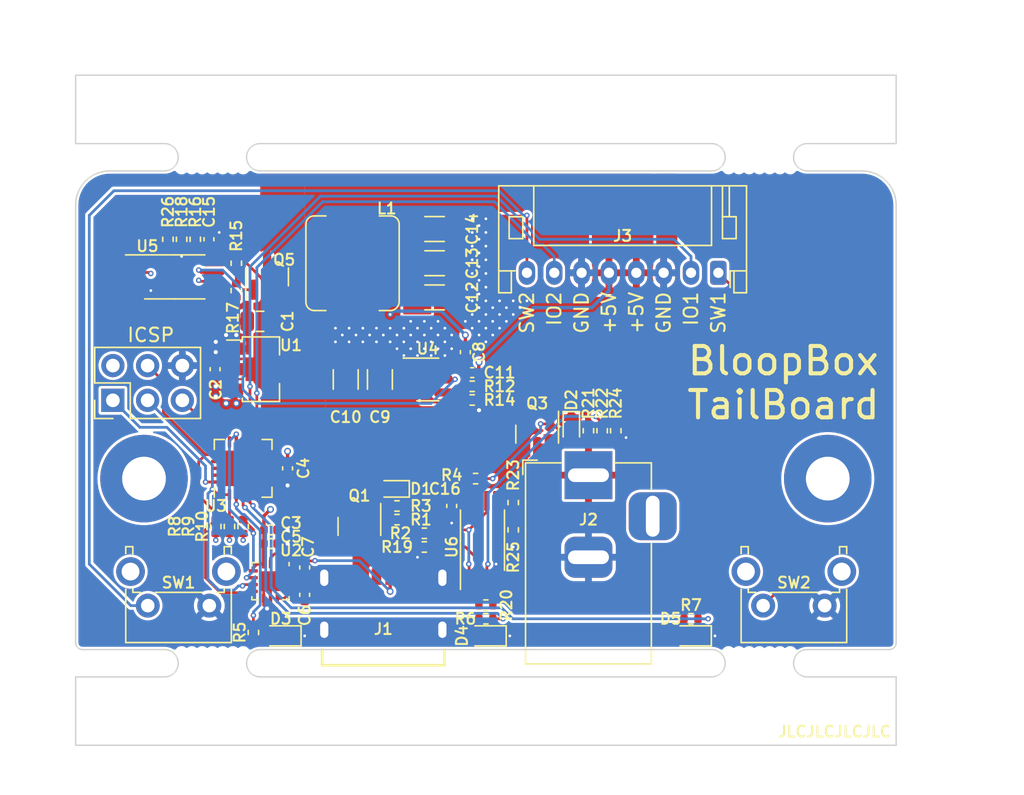
<source format=kicad_pcb>
(kicad_pcb (version 20211014) (generator pcbnew)
  (title_block (title "BloopBox Tailboard") (date "2022-12-03") (rev "1.0.1") (company "Qetesh"))
  (layers (0 "F.Cu" signal) (1 "In1.Cu" signal) (2 "In2.Cu" signal) (31 "B.Cu" signal) (34 "B.Paste" user) (35 "F.Paste" user) (36 "B.SilkS" user "B.Silkscreen") (37 "F.SilkS" user "F.Silkscreen") (38 "B.Mask" user) (39 "F.Mask" user) (44 "Edge.Cuts" user))
  (net 0 "")
  (net 1 "/CC1")
  (net 2 "VBUS")
  (net 3 "GND")
  (net 4 "/CC2")
  (net 5 "/Button1")
  (net 6 "/Button2")
  (net 7 "Net-(D4-Pad2)")
  (net 8 "Net-(D5-Pad2)")
  (net 9 "/DC-IN")
  (net 10 "+3V3")
  (net 11 "/Buck Regulator/BOOT")
  (net 12 "/Buck Regulator/SW")
  (net 13 "/Buck Regulator/FB")
  (net 14 "+5V")
  (net 15 "/USB-IN")
  (net 16 "/PD-Controller/MISO")
  (net 17 "/PD-Controller/SCL{slash}SCK")
  (net 18 "/PD-Controller/SDA{slash}MOSI")
  (net 19 "/PD-Controller/~{RESET}")
  (net 20 "/Buck Regulator/BPg")
  (net 21 "/PD-Controller/LED1")
  (net 22 "/PD-Controller/LED2")
  (net 23 "/PD-Controller/~{INT}")
  (net 24 "/Buck Regulator/BPfb")
  (net 25 "/Buck Regulator/BPctrl")
  (net 34 "Net-(D3-Pad2)")
  (net 35 "/PD-Controller/LED3")
  (net 37 "/IO1")
  (net 38 "/IO2")
  (net 39 "/Buck Regulator/TPSen")
  (net 40 "/Power Input Selector/USBg")
  (net 41 "/Power Input Selector/DCg")
  (net 42 "/Power Input Selector/USBctrl")
  (net 43 "/Power Input Selector/USBsense")
  (net 44 "/Power Input Selector/DCctrl")
  (net 45 "/Power Input Selector/DCsense")
  (net 46 "/Power Input Selector/Vref")
  (footprint "LED_SMD:LED_0603_1608Metric" (layer "F.Cu") (at 130 89 180)
    (fp_text reference "D3")
    (fp_text value "LED1")
  )
  (footprint "Capacitor_SMD:C_0402_1005Metric" (layer "F.Cu") (at 131.75 84 -90)
    (fp_text reference "C7")
    (fp_text value "470pF")
  )
  (footprint "Package_TO_SOT_SMD:SOT-23-6" (layer "F.Cu") (at 140.75 70.25)
    (fp_text reference "U4")
    (fp_text value "TPS54302")
  )
  (footprint "Resistor_SMD:R_0402_1005Metric" (layer "F.Cu") (at 128 88.75 -90)
    (fp_text reference "R5")
    (fp_text value "680R")
  )
  (footprint "Capacitor_SMD:C_1206_3216Metric" (layer "F.Cu") (at 141.25 64.25)
    (fp_text reference "C12")
    (fp_text value "22uF")
  )
  (footprint "Resistor_SMD:R_0402_1005Metric" (layer "F.Cu") (at 160 87.75 180)
    (fp_text reference "R7")
    (fp_text value "680R")
  )
  (footprint "Capacitor_SMD:C_1206_3216Metric" (layer "F.Cu") (at 134.75 70.25 90)
    (fp_text reference "C10")
    (fp_text value "10uF")
  )
  (footprint "Resistor_SMD:R_0402_1005Metric" (layer "F.Cu") (at 125.25 81 90)
    (fp_text reference "R8")
    (fp_text value "4k7")
  )
  (footprint "Connector_JST:JST_PH_S8B-PH-K_1x08_P2.00mm_Horizontal" (layer "F.Cu") (at 162 62.45 180)
    (fp_text reference "J3")
    (fp_text value "Mainboard")
  )
  (footprint "Resistor_SMD:R_0402_1005Metric" (layer "F.Cu") (at 152.5 74 -90)
    (fp_text reference "R21")
    (fp_text value "33k")
  )
  (footprint "Capacitor_SMD:C_0402_1005Metric" (layer "F.Cu") (at 143.5 68.25 90)
    (fp_text reference "C8")
    (fp_text value "100nF")
  )
  (footprint "LED_SMD:LED_0603_1608Metric" (layer "F.Cu") (at 160 89 180)
    (fp_text reference "D5")
    (fp_text value "LED3")
  )
  (footprint "Capacitor_SMD:C_0402_1005Metric" (layer "F.Cu") (at 130.5 76.75 -90)
    (fp_text reference "C4")
    (fp_text value "100nF")
  )
  (footprint "Resistor_SMD:R_0402_1005Metric" (layer "F.Cu") (at 140.5 81.5)
    (fp_text reference "R2")
    (fp_text value "47k")
  )
  (footprint "Capacitor_SMD:C_0402_1005Metric" (layer "F.Cu") (at 142.5 79.5 -90)
    (fp_text reference "C16")
    (fp_text value "100nF")
  )
  (footprint "Package_TO_SOT_SMD:SOT-23" (layer "F.Cu") (at 135.75 81 -90)
    (fp_text reference "Q1")
    (fp_text value "AO3401A")
  )
  (footprint "My_Footprints:JLCPCB_Tooling_Hole" (layer "F.Cu") (at 172.5 94.5)
    (fp_text reference "REF**" hide)
    (fp_text value "JLCPCB_Tooling_Hole")
  )
  (footprint "My_Footprints:JLCPCB_Tooling_Hole" (layer "F.Cu") (at 117.5 94.5)
    (fp_text reference "REF**" hide)
    (fp_text value "JLCPCB_Tooling_Hole")
  )
  (footprint "Capacitor_SMD:C_0402_1005Metric" (layer "F.Cu") (at 144 69.75)
    (fp_text reference "C11")
    (fp_text value "100pF")
  )
  (footprint "Resistor_SMD:R_0402_1005Metric" (layer "F.Cu") (at 126.25 81 90)
    (fp_text reference "R9")
    (fp_text value "4k7")
  )
  (footprint "Resistor_SMD:R_0402_1005Metric" (layer "F.Cu") (at 144.25 77.5 180)
    (fp_text reference "R4")
    (fp_text value "10k")
  )
  (footprint "Package_TO_SOT_SMD:SOT-23" (layer "F.Cu") (at 148.75 74.25 -90)
    (fp_text reference "Q3")
    (fp_text value "AO3401A")
  )
  (footprint "Capacitor_SMD:C_0402_1005Metric" (layer "F.Cu") (at 125.2 69.5 90)
    (fp_text reference "C2")
    (fp_text value "10uF")
  )
  (footprint "Capacitor_SMD:C_0402_1005Metric" (layer "F.Cu") (at 124.75 60 90)
    (fp_text reference "C15")
    (fp_text value "100nF")
  )
  (footprint "Panelization:mouse-bite-2x5mm-slot-onesided" (layer "F.Cu") (at 165 91)
    (fp_text reference "mouse-bite-2mm-slot" hide)
    (fp_text value "VAL**" hide)
    (fp_arc (start -3.5 -1) (mid -2.5 0) (end -3.5 1) (layer "Edge.Cuts") (width 0.1))
    (fp_arc (start 3.5 1) (mid 2.5 0) (end 3.5 -1) (layer "Edge.Cuts") (width 0.1))
  )
  (footprint "Resistor_SMD:R_0402_1005Metric" (layer "F.Cu") (at 126.75 63.75 90)
    (fp_text reference "R17")
    (fp_text value "10k")
  )
  (footprint "Capacitor_SMD:C_0402_1005Metric" (layer "F.Cu") (at 131.75 86 90)
    (fp_text reference "C6")
    (fp_text value "470pF")
  )
  (footprint "Resistor_SMD:R_0402_1005Metric" (layer "F.Cu") (at 147 79.25 -90)
    (fp_text reference "R23")
    (fp_text value "47k")
  )
  (footprint "Capacitor_SMD:C_1206_3216Metric" (layer "F.Cu") (at 141.25 59.25)
    (fp_text reference "C14")
    (fp_text value "22uF")
  )
  (footprint "Capacitor_SMD:C_0402_1005Metric" (layer "F.Cu") (at 129.25 81.25)
    (fp_text reference "C3")
    (fp_text value "1uF")
  )
  (footprint "Resistor_SMD:R_0402_1005Metric" (layer "F.Cu") (at 145 86.75 180)
    (fp_text reference "R20")
    (fp_text value "1M")
  )
  (footprint "Resistor_SMD:R_0402_1005Metric" (layer "F.Cu") (at 147 81.25 -90)
    (fp_text reference "R25")
    (fp_text value "47k")
  )
  (footprint "Resistor_SMD:R_0402_1005Metric" (layer "F.Cu") (at 144 70.75 180)
    (fp_text reference "R12")
    (fp_text value "150k")
  )
  (footprint "Capacitor_SMD:C_0402_1005Metric" (layer "F.Cu") (at 129.25 82.25)
    (fp_text reference "C5")
    (fp_text value "100nF")
  )
  (footprint "Resistor_SMD:R_0402_1005Metric" (layer "F.Cu") (at 145 87.75 180)
    (fp_text reference "R6")
    (fp_text value "680R")
  )
  (footprint "Panelization:mouse-bite-2x5mm-slot-onesided" (layer "F.Cu") (at 165 54 180)
    (fp_text reference "mouse-bite-2mm-slot" hide)
    (fp_text value "VAL**" hide)
    (fp_arc (start -3.5 -1) (mid -2.5 0) (end -3.5 1) (layer "Edge.Cuts") (width 0.1))
    (fp_arc (start 3.5 1) (mid 2.5 0) (end 3.5 -1) (layer "Edge.Cuts") (width 0.1))
  )
  (footprint "MountingHole:MountingHole_3.2mm_M3_Pad" (layer "F.Cu") (at 170 77.5)
    (fp_text reference "H2" hide)
    (fp_text value "MountingHole")
  )
  (footprint "Package_SO:TSSOP-8_4.4x3mm_P0.65mm" (layer "F.Cu") (at 144.75 82 90)
    (fp_text reference "U6")
    (fp_text value "LM393APWR")
  )
  (footprint "Resistor_SMD:R_0402_1005Metric" (layer "F.Cu") (at 144 71.75)
    (fp_text reference "R14")
    (fp_text value "20k")
  )
  (footprint "Package_DFN_QFN:QFN-20-1EP_4x4mm_P0.5mm_EP2.6x2.6mm" (layer "F.Cu") (at 127.25 76.75 90)
    (fp_text reference "U3")
    (fp_text value "ATtiny24A-MU")
  )
  (footprint "Connector_BarrelJack:BarrelJack_Horizontal" (layer "F.Cu") (at 152.5 77.25 90)
    (fp_text reference "J2")
    (fp_text value "Barrel_Jack")
  )
  (footprint "Package_SO:TSSOP-8_4.4x3mm_P0.65mm" (layer "F.Cu") (at 122.25 62.75)
    (fp_text reference "U5")
    (fp_text value "LM393APWR")
  )
  (footprint "Capacitor_SMD:C_0805_2012Metric" (layer "F.Cu") (at 128.5 66 180)
    (fp_text reference "C1")
    (fp_text value "10uF")
  )
  (footprint "Resistor_SMD:R_0402_1005Metric" (layer "F.Cu") (at 138.5 79.5 180)
    (fp_text reference "R3")
    (fp_text value "33k")
  )
  (footprint "Resistor_SMD:R_0402_1005Metric" (layer "F.Cu") (at 122.75 60 -90)
    (fp_text reference "R18")
    (fp_text value "22k")
  )
  (footprint "Panelization:mouse-bite-2x5mm-slot-onesided" (layer "F.Cu") (at 125 91)
    (fp_text reference "mouse-bite-2mm-slot" hide)
    (fp_text value "VAL**" hide)
    (fp_arc (start -3.5 -1) (mid -2.5 0) (end -3.5 1) (layer "Edge.Cuts") (width 0.1))
    (fp_arc (start 3.5 1) (mid 2.5 0) (end 3.5 -1) (layer "Edge.Cuts") (width 0.1))
  )
  (footprint "USB4125-GF-A_REVA2:GCT_USB4125-GF-A_REVA2" (layer "F.Cu") (at 137.5 87.75)
    (fp_text reference "J1")
    (fp_text value "USB_C_Receptacle_Power")
  )
  (footprint "Inductor_SMD:L_Bourns_SRP7028A_7.3x6.6mm" (layer "F.Cu") (at 135.25 61.75 90)
    (fp_text reference "L1")
    (fp_text value "6.8uH")
  )
  (footprint "Diode_SMD:D_SOD-523" (layer "F.Cu") (at 151.25 73.75 -90)
    (fp_text reference "D2")
    (fp_text value "LM5Z10VT1G")
  )
  (footprint "Connector_PinHeader_2.54mm:PinHeader_2x03_P2.54mm_Vertical" (layer "F.Cu") (at 117.725 71.775 90)
    (fp_text reference "J4" hide)
    (fp_text value "ICSP")
  )
  (footprint "Diode_SMD:D_SOD-523" (layer "F.Cu") (at 138.25 78.25 180)
    (fp_text reference "D1")
    (fp_text value "LM5Z10VT1G")
  )
  (footprint "Resistor_SMD:R_0402_1005Metric" (layer "F.Cu") (at 127.25 81 90)
    (fp_text reference "R10")
    (fp_text value "4k7")
  )
  (footprint "Capacitor_SMD:C_1206_3216Metric" (layer "F.Cu") (at 141.25 61.75)
    (fp_text reference "C13")
    (fp_text value "22uF")
  )
  (footprint "Resistor_SMD:R_0402_1005Metric" (layer "F.Cu") (at 153.5 74 90)
    (fp_text reference "R22")
    (fp_text value "47k")
  )
  (footprint "LED_SMD:LED_0603_1608Metric" (layer "F.Cu") (at 145 89 180)
    (fp_text reference "D4")
    (fp_text value "LED2")
  )
  (footprint "Package_DFN_QFN:WQFN-14-1EP_2.5x2.5mm_P0.5mm_EP1.45x1.45mm" (layer "F.Cu") (at 129.25 85 -90)
    (fp_text reference "U2")
    (fp_text value "FUSB302BMPX")
  )
  (footprint "Package_TO_SOT_SMD:SOT-89-3" (layer "F.Cu") (at 128.25 69.5)
    (fp_text reference "U1")
    (fp_text value "HT7533-1")
  )
  (footprint "My_Footprints:JLCPCB_Tooling_Hole" (layer "F.Cu") (at 172.5 50.5)
    (fp_text reference "REF**" hide)
    (fp_text value "JLCPCB_Tooling_Hole")
  )
  (footprint "Resistor_SMD:R_0402_1005Metric" (layer "F.Cu") (at 140.5 82.5 180)
    (fp_text reference "R19")
    (fp_text value "47k")
  )
  (footprint "Resistor_SMD:R_0402_1005Metric" (layer "F.Cu") (at 138.5 80.5)
    (fp_text reference "R1")
    (fp_text value "10k")
  )
  (footprint "Capacitor_SMD:C_1206_3216Metric" (layer "F.Cu") (at 137.25 70.25 90)
    (fp_text reference "C9")
    (fp_text value "10uF")
  )
  (footprint "Button_Switch_THT:SW_Tactile_SPST_Angled_PTS645Vx83-2LFS" (layer "F.Cu") (at 169.775 86.7875 180)
    (fp_text reference "SW2")
    (fp_text value "Button1")
  )
  (footprint "My_Footprints:JLCPCB_Tooling_Hole" (layer "F.Cu") (at 117.5 50.5)
    (fp_text reference "REF**" hide)
    (fp_text value "JLCPCB_Tooling_Hole")
  )
  (footprint "Panelization:mouse-bite-2x5mm-slot-onesided" (layer "F.Cu") (at 125 54 180)
    (fp_text reference "mouse-bite-2mm-slot" hide)
    (fp_text value "VAL**" hide)
    (fp_arc (start -3.5 -1) (mid -2.5 0) (end -3.5 1) (layer "Edge.Cuts") (width 0.1))
    (fp_arc (start 3.5 1) (mid 2.5 0) (end 3.5 -1) (layer "Edge.Cuts") (width 0.1))
  )
  (footprint "Resistor_SMD:R_0402_1005Metric" (layer "F.Cu") (at 126.75 61.75 -90)
    (fp_text reference "R15")
    (fp_text value "47k")
  )
  (footprint "Resistor_SMD:R_0402_1005Metric" (layer "F.Cu") (at 154.5 74 -90)
    (fp_text reference "R24")
    (fp_text value "47k")
  )
  (footprint "Resistor_SMD:R_0402_1005Metric" (layer "F.Cu") (at 123.75 60 90)
    (fp_text reference "R16")
    (fp_text value "13k")
  )
  (footprint "Package_TO_SOT_SMD:SOT-23" (layer "F.Cu") (at 129 62.75 90)
    (fp_text reference "Q5")
    (fp_text value "AO3401A")
  )
  (footprint "MountingHole:MountingHole_3.2mm_M3_Pad" (layer "F.Cu") (at 120 77.5)
    (fp_text reference "H1" hide)
    (fp_text value "MountingHole")
  )
  (footprint "Resistor_SMD:R_0402_1005Metric" (layer "F.Cu") (at 121.75 60 -90)
    (fp_text reference "R26")
    (fp_text value "1M")
  )
  (footprint "Button_Switch_THT:SW_Tactile_SPST_Angled_PTS645Vx83-2LFS" (layer "F.Cu") (at 124.775 86.7875 180)
    (fp_text reference "SW1")
    (fp_text value "Button2")
  )
  (gr_line (start 115 48) (end 175 48) (layer "Edge.Cuts") (width 0.1))
  (gr_line (start 161.5 90) (end 128.5 90) (layer "Edge.Cuts") (width 0.1))
  (gr_line (start 121.5 55) (end 117.5 55) (layer "Edge.Cuts") (width 0.1))
  (gr_line (start 168.5 92) (end 175 92) (layer "Edge.Cuts") (width 0.1))
  (gr_line (start 161.5 53) (end 128.5 53) (layer "Edge.Cuts") (width 0.1))
  (gr_line (start 115 53) (end 115 48) (layer "Edge.Cuts") (width 0.1))
  (gr_line (start 128.5 92) (end 161.5 92) (layer "Edge.Cuts") (width 0.1))
  (gr_line (start 128.5 55) (end 161.5 55) (layer "Edge.Cuts") (width 0.1))
  (gr_line (start 168.5 55) (end 172.5 55) (layer "Edge.Cuts") (width 0.1))
  (gr_arc (start 115 57.5) (mid 115.732233 55.732233) (end 117.5 55) (layer "Edge.Cuts") (width 0.1))
  (gr_arc (start 175 89.5) (mid 174.853553 89.853553) (end 174.5 90) (layer "Edge.Cuts") (width 0.1))
  (gr_line (start 115 92) (end 121.5 92) (layer "Edge.Cuts") (width 0.1))
  (gr_line (start 175 57.5) (end 175 89.5) (layer "Edge.Cuts") (width 0.1))
  (gr_line (start 175 48) (end 175 53) (layer "Edge.Cuts") (width 0.1))
  (gr_arc (start 115.5 90) (mid 115.146447 89.853553) (end 115 89.5) (layer "Edge.Cuts") (width 0.1))
  (gr_arc (start 172.5 55) (mid 174.267767 55.732233) (end 175 57.5) (layer "Edge.Cuts") (width 0.1))
  (gr_line (start 121.5 90) (end 115.5 90) (layer "Edge.Cuts") (width 0.1))
  (gr_line (start 115 89.5) (end 115 57.5) (layer "Edge.Cuts") (width 0.1))
  (gr_line (start 115 97) (end 115 92) (layer "Edge.Cuts") (width 0.1))
  (gr_line (start 168.5 90) (end 174.5 90) (layer "Edge.Cuts") (width 0.1))
  (gr_line (start 175 92) (end 175 97) (layer "Edge.Cuts") (width 0.1))
  (gr_line (start 121.5 53) (end 115 53) (layer "Edge.Cuts") (width 0.1))
  (gr_line (start 175 53) (end 168.5 53) (layer "Edge.Cuts") (width 0.1))
  (gr_line (start 175 97) (end 115 97) (layer "Edge.Cuts") (width 0.1))
  (gr_text "IO1" (at 160 63.75 90) (layer "F.SilkS") (effects (font (size 1 1)) (justify right)))
  (gr_text "IO2" (at 150 63.75 90) (layer "F.SilkS") (effects (font (size 1 1)) (justify right)))
  (gr_text "GND" (at 158 63.75 90) (layer "F.SilkS") (effects (font (size 1 1)) (justify right)))
  (gr_text "SW1" (at 162 63.75 90) (layer "F.SilkS") (effects (font (size 1 1)) (justify right)))
  (gr_text "JLCJLCJLCJLC" (at 170.5 96) (layer "F.SilkS") (effects (font (size 0.8 0.8))))
  (gr_text "GND" (at 152 63.75 90) (layer "F.SilkS") (effects (font (size 1 1)) (justify right)))
  (gr_text "+5V" (at 154 63.75 90) (layer "F.SilkS") (effects (font (size 1 1)) (justify right)))
  (gr_text "SW2" (at 148 63.75 90) (layer "F.SilkS") (effects (font (size 1 1)) (justify right)))
  (gr_text "+5V" (at 156 63.75 90) (layer "F.SilkS") (effects (font (size 1 1)) (justify right)))
  (gr_text "BloopBox\nTailBoard" (at 166.75 70.5) (layer "F.SilkS") (effects (font (size 2 2) (thickness 0.3))))
  (segment (start 136.52 86.48) (end 137 86) (width 0.2) (layer "F.Cu") (net 1))
  (segment (start 131.02 85.75) (end 130.5125 85.75) (width 0.2) (layer "F.Cu") (net 1))
  (segment (start 130.5125 85.99375) (end 130.5125 85.75) (width 0.2) (layer "F.Cu") (net 1))
  (segment (start 130.24375 86.2625) (end 130.5125 85.99375) (width 0.2) (layer "F.Cu") (net 1))
  (segment (start 137 86) (end 137 84.67) (width 0.2) (layer "F.Cu") (net 1))
  (segment (start 129.75 86.2625) (end 130.24375 86.2625) (width 0.2) (layer "F.Cu") (net 1))
  (segment (start 131.75 86.48) (end 131.02 85.75) (width 0.2) (layer "F.Cu") (net 1))
  (segment (start 131.75 86.48) (end 136.52 86.48) (width 0.2) (layer "F.Cu") (net 1))
  (segment (start 124.75 61.4125) (end 125.1125 61.775) (width 0.2) (layer "F.Cu") (net 2))
  (segment (start 129.25 83.3) (end 129.55 83) (width 0.2) (layer "F.Cu") (net 2))
  (segment (start 126.75 61.24) (end 126.99 61.24) (width 0.2) (layer "F.Cu") (net 2))
  (segment (start 132.25 81.277818) (end 132.425 81.102818) (width 0.2) (layer "F.Cu") (net 2))
  (segment (start 130.527818 83) (end 132.25 81.277818) (width 0.2) (layer "F.Cu") (net 2))
  (segment (start 124.75 60.48) (end 124.75 61.4125) (width 0.2) (layer "F.Cu") (net 2))
  (segment (start 126.99 61.24) (end 129.4375 63.6875) (width 0.2) (layer "F.Cu") (net 2))
  (segment (start 142.5 79.02) (end 143.6575 79.02) (width 0.2) (layer "F.Cu") (net 2))
  (segment (start 143.6575 79.02) (end 143.775 79.1375) (width 0.2) (layer "F.Cu") (net 2))
  (segment (start 123.75 60.51) (end 124.72 60.51) (width 0.2) (layer "F.Cu") (net 2))
  (segment (start 129.25 83.7375) (end 129.25 83.3) (width 0.2) (layer "F.Cu") (net 2))
  (segment (start 132.425 81.102818) (end 132.425 80.75) (width 0.2) (layer "F.Cu") (net 2))
  (segment (start 124.72 60.51) (end 124.75 60.48) (width 0.2) (layer "F.Cu") (net 2))
  (segment (start 124.75 60.48) (end 125.99 60.48) (width 0.2) (layer "F.Cu") (net 2))
  (segment (start 129.55 83) (end 130.527818 83) (width 0.2) (layer "F.Cu") (net 2))
  (segment (start 125.99 60.48) (end 126.75 61.24) (width 0.2) (layer "F.Cu") (net 2))
  (segment (start 129.4375 63.6875) (end 129.95 63.6875) (width 0.2) (layer "F.Cu") (net 2))
  (segment (start 130.5125 85.25) (end 129.5 85.25) (width 0.2) (layer "F.Cu") (net 3))
  (segment (start 122.75 60.51) (end 122.75 61.25) (width 0.2) (layer "F.Cu") (net 3))
  (segment (start 160.7875 89) (end 161.75 89) (width 0.2) (layer "F.Cu") (net 3))
  (segment (start 139.99 83.24) (end 140 83.25) (width 0.2) (layer "F.Cu") (net 3))
  (segment (start 124.75 59.52) (end 125.48 59.52) (width 0.2) (layer "F.Cu") (net 3))
  (segment (start 131.355686 85.52) (end 131.75 85.52) (width 0.2) (layer "F.Cu") (net 3))
  (segment (start 129.5 85.11) (end 129.25 84.86) (width 0.2) (layer "F.Cu") (net 3))
  (segment (start 145.7875 89) (end 146.75 89) (width 0.2) (layer "F.Cu") (net 3))
  (segment (start 129.175 76.75) (end 127.25 76.75) (width 0.25) (layer "F.Cu") (net 3))
  (segment (start 145.725 84.8625) (end 145.725 83.775) (width 0.2) (layer "F.Cu") (net 3))
  (segment (start 130 76.75) (end 130.25 77) (width 0.25) (layer "F.Cu") (net 3))
  (segment (start 147 81.76) (end 147 82.5) (width 0.2) (layer "F.Cu") (net 3))
  (segment (start 119.3875 63.725) (end 120.475 63.725) (width 0.2) (layer "F.Cu") (net 3))
  (segment (start 145.725 83.775) (end 145.75 83.75) (width 0.2) (layer "F.Cu") (net 3))
  (segment (start 128.75 86.75) (end 129 87) (width 0.2) (layer "F.Cu") (net 3))
  (segment (start 129.25 86.2625) (end 129.25 85) (width 0.2) (layer "F.Cu") (net 3))
  (segment (start 129.175 76.75) (end 130 76.75) (width 0.25) (layer "F.Cu") (net 3))
  (segment (start 133.26 84.67) (end 133.18 84.75) (width 0.25) (layer "F.Cu") (net 3))
  (segment (start 131.355685 84.48) (end 131.75 84.48) (width 0.2) (layer "F.Cu") (net 3))
  (segment (start 128.75 86.2625) (end 128.75 85.5) (width 0.2) (layer "F.Cu") (net 3))
  (segment (start 155.24 74.51) (end 155.25 74.5) (width 0.2) (layer "F.Cu") (net 3))
  (segment (start 130.5125 85.25) (end 131.085686 85.25) (width 0.2) (layer "F.Cu") (net 3))
  (segment (start 129.25 86.75) (end 129 87) (width 0.2) (layer "F.Cu") (net 3))
  (segment (start 142.5 79.98) (end 142.5 80.75) (width 0.2) (layer "F.Cu") (net 3))
  (segment (start 144.51 71.75) (end 144.51 72.49) (width 0.25) (layer "F.Cu") (net 3))
  (segment (start 129.5 84.75) (end 129.25 85) (width 0.2) (layer "F.Cu") (net 3))
  (segment (start 144.51 72.49) (end 144.5 72.5) (width 0.25) (layer "F.Cu") (net 3))
  (segment (start 129.73 81.25) (end 130.5 81.25) (width 0.25) (layer "F.Cu") (net 3))
  (segment (start 131.085686 85.25) (end 131.355686 85.52) (width 0.2) (layer "F.Cu") (net 3))
  (segment (start 139.99 82.5) (end 139.99 83.24) (width 0.2) (layer "F.Cu") (net 3))
  (segment (start 140.25 84.67) (end 141.74 84.67) (width 0.8) (layer "F.Cu") (net 3))
  (segment (start 129.25 86.2625) (end 129.25 86.75) (width 0.2) (layer "F.Cu") (net 3))
  (segment (start 129.73 82.25) (end 130.5 82.25) (width 0.25) (layer "F.Cu") (net 3))
  (segment (start 130.5125 84.75) (end 131.085685 84.75) (width 0.2) (layer "F.Cu") (net 3))
  (segment (start 128.75 85.5) (end 129.25 85) (width 0.2) (layer "F.Cu") (net 3))
  (segment (start 130.7875 89) (end 131.75 89) (width 0.2) (layer "F.Cu") (net 3))
  (segment (start 120.475 63.725) (end 120.5 63.75) (width 0.2) (layer "F.Cu") (net 3))
  (segment (start 130.5 77.23) (end 130.5 78) (width 0.25) (layer "F.Cu") (net 3))
  (segment (start 130.5125 84.75) (end 129.5 84.75) (width 0.2) (layer "F.Cu") (net 3))
  (segment (start 131.085685 84.75) (end 131.355685 84.48) (width 0.2) (layer "F.Cu") (net 3))
  (segment (start 129.5 84.61) (end 129.25 84.86) (width 0.2) (layer "F.Cu") (net 3))
  (segment (start 134.75 84.67) (end 133.26 84.67) (width 0.8) (layer "F.Cu") (net 3))
  (segment (start 141.74 84.67) (end 141.82 84.75) (width 0.25) (layer "F.Cu") (net 3))
  (segment (start 154.5 74.51) (end 155.24 74.51) (width 0.2) (layer "F.Cu") (net 3))
  (segment (start 129.5 85.25) (end 129.25 85) (width 0.2) (layer "F.Cu") (net 3))
  (segment (start 128.75 86.2625) (end 128.75 86.75) (width 0.2) (layer "F.Cu") (net 3))
  (segment (start 125.48 59.52) (end 125.5 59.5) (width 0.2) (layer "F.Cu") (net 3))
  (via (at 144 58.5) (size 0.4) (drill 0.2) (layers "F.Cu" "B.Cu") (net 3))
  (via (at 139.5 67) (size 0.4) (drill 0.2) (layers "F.Cu" "B.Cu") (net 3))
  (via (at 138 66.5) (size 0.4) (drill 0.2) (layers "F.Cu" "B.Cu") (net 3))
  (via (at 144.5 60) (size 0.4) (drill 0.2) (layers "F.Cu" "B.Cu") (net 3))
  (via (at 142.5 67) (size 0.4) (drill 0.2) (layers "F.Cu" "B.Cu") (net 3))
  (via (at 137 67.5) (size 0.4) (drill 0.2) (layers "F.Cu" "B.Cu") (net 3))
  (via (at 148 64.5) (size 0.4) (drill 0.2) (layers "F.Cu" "B.Cu") (net 3))
  (via (at 135 66.5) (size 0.4) (drill 0.2) (layers "F.Cu" "B.Cu") (net 3))
  (via (at 144 66.5) (size 0.4) (drill 0.2) (layers "F.Cu" "B.Cu") (net 3))
  (via (at 136.5 67) (size 0.4) (drill 0.2) (layers "F.Cu" "B.Cu") (net 3))
  (via (at 145 64.5) (size 0.4) (drill 0.2) (layers "F.Cu" "B.Cu") (net 3))
  (via (at 144.5 66) (size 0.4) (drill 0.2) (layers "F.Cu" "B.Cu") (net 3))
  (via (at 140 68.5) (size 0.4) (drill 0.2) (layers "F.Cu" "B.Cu") (net 3))
  (via (at 130.5 81.25) (size 0.5) (drill 0.3) (layers "F.Cu" "B.Cu") (net 3))
  (via (at 145.75 83.75) (size 0.4) (drill 0.2) (layers "F.Cu" "B.Cu") (net 3))
  (via (at 134 66.5) (size 0.4) (drill 0.2) (layers "F.Cu" "B.Cu") (net 3))
  (via (at 141 66.5) (size 0.4) (drill 0.2) (layers "F.Cu" "B.Cu") (net 3))
  (via (at 145 67.5) (size 0.4) (drill 0.2) (layers "F.Cu" "B.Cu") (net 3))
  (via (at 139 66.5) (size 0.4) (drill 0.2) (layers "F.Cu" "B.Cu") (net 3))
  (via (at 155.25 74.5) (size 0.4) (drill 0.2) (layers "F.Cu" "B.Cu") (net 3))
  (via (at 147 64.5) (size 0.4) (drill 0.2) (layers "F.Cu" "B.Cu") (net 3))
  (via (at 142 67.5) (size 0.4) (drill 0.2) (layers "F.Cu" "B.Cu") (net 3))
  (via (at 139 68.5) (size 0.4) (drill 0.2) (layers "F.Cu" "B.Cu") (net 3))
  (via (at 126.75 67) (size 0.5) (drill 0.3) (layers "F.Cu" "B.Cu") (net 3))
  (via (at 142.5 80.75) (size 0.4) (drill 0.2) (layers "F.Cu" "B.Cu") (net 3))
  (via (at 144.5 67) (size 0.4) (drill 0.2) (layers "F.Cu" "B.Cu") (net 3))
  (via (at 125.25 68.25) (size 0.5) (drill 0.3) (layers "F.Cu" "B.Cu") (net 3))
  (via (at 145.5 67) (size 0.4) (drill 0.2) (layers "F.Cu" "B.Cu") (net 3))
  (via (at 126 67) (size 0.5) (drill 0.3) (layers "F.Cu" "B.Cu") (net 3))
  (via (at 145 66.5) (size 0.4) (drill 0.2) (layers "F.Cu" "B.Cu") (net 3))
  (via (at 129 87) (size 0.5) (drill 0.3) (layers "F.Cu" "B.Cu") (net 3))
  (via (at 144.5 62) (size 0.4) (drill 0.2) (layers "F.Cu" "B.Cu") (net 3))
  (via (at 130.5 82.25) (size 0.5) (drill 0.3) (layers "F.Cu" "B.Cu") (net 3))
  (via (at 138 67.5) (size 0.4) (drill 0.2) (layers "F.Cu" "B.Cu") (net 3))
  (via (at 144 64.5) (size 0.4) (drill 0.2) (layers "F.Cu" "B.Cu") (net 3))
  (via (at 140.5 68) (size 0.4) (drill 0.2) (layers "F.Cu" "B.Cu") (net 3))
  (via (at 144 63.5) (size 0.4) (drill 0.2) (layers "F.Cu" "B.Cu") (net 3))
  (via (at 135.5 67) (size 0.4) (drill 0.2) (layers "F.Cu" "B.Cu") (net 3))
  (via (at 122.75 61.25) (size 0.4) (drill 0.2) (layers "F.Cu" "B.Cu") (net 3))
  (via (at 146 66.5) (size 0.4) (drill 0.2) (layers "F.Cu" "B.Cu") (net 3))
  (via (at 144.5 63) (size 0.4) (drill 0.2) (layers "F.Cu" "B.Cu") (net 3))
  (via (at 147.5 65) (size 0.4) (drill 0.2) (layers "F.Cu" "B.Cu") (net 3))
  (via (at 130.5 78) (size 0.5) (drill 0.3) (layers "F.Cu" "B.Cu") (net 3))
  (via (at 145.5 65) (size 0.4) (drill 0.2) (layers "F.Cu" "B.Cu") (net 3))
  (via (at 137 66.5) (size 0.4) (drill 0.2) (layers "F.Cu" "B.Cu") (net 3))
  (via (at 142 66.5) (size 0.4) (drill 0.2) (layers "F.Cu" "B.Cu") (net 3))
  (via (at 144.5 72.5) (size 0.5) (drill 0.3) (layers "F.Cu" "B.Cu") (net 3))
  (via (at 136 67.5) (size 0.4) (drill 0.2) (layers "F.Cu" "B.Cu") (net 3))
  (via (at 145 58.5) (size 0.4) (drill 0.2) (layers "F.Cu" "B.Cu") (net 3))
  (via (at 144.5 61) (size 0.4) (drill 0.2) (layers "F.Cu" "B.Cu") (net 3))
  (via (at 142 68.5) (size 0.4) (drill 0.2) (layers "F.Cu" "B.Cu") (net 3))
  (via (at 144 65.5) (size 0.4) (drill 0.2) (layers "F.Cu" "B.Cu") (net 3))
  (via (at 144 61.5) (size 0.4) (drill 0.2) (layers "F.Cu" "B.Cu") (net 3))
  (via (at 139 67.5) (size 0.4) (drill 0.2) (layers "F.Cu" "B.Cu") (net 3))
  (via (at 147 82.5) (size 0.4) (drill 0.2) (layers "F.Cu" "B.Cu") (net 3))
  (via (at 140.5 67) (size 0.4) (drill 0.2) (layers "F.Cu" "B.Cu") (net 3))
  (via (at 134.5 67) (size 0.4) (drill 0.2) (layers "F.Cu" "B.Cu") (net 3))
  (via (at 134 67.5) (size 0.4) (drill 0.2) (layers "F.Cu" "B.Cu") (net 3))
  (via (at 131.75 89) (size 0.4) (drill 0.2) (layers "F.Cu" "B.Cu") (net 3))
  (via (at 141.5 67) (size 0.4) (drill 0.2) (layers "F.Cu" "B.Cu") (net 3))
  (via (at 144.5 64) (size 0.4) (drill 0.2) (layers "F.Cu" "B.Cu") (net 3))
  (via (at 146.75 89) (size 0.4) (drill 0.2) (layers "F.Cu" "B.Cu") (net 3))
  (via (at 138.5 68) (size 0.4) (drill 0.2) (layers "F.Cu" "B.Cu") (net 3))
  (via (at 141 67.5) (size 0.4) (drill 0.2) (layers "F.Cu" "B.Cu") (net 3))
  (via (at 161.75 89) (size 0.4) (drill 0.2) (layers "F.Cu" "B.Cu") (net 3))
  (via (at 135 67.5) (size 0.4) (drill 0.2) (layers "F.Cu" "B.Cu") (net 3))
  (via (at 120.5 63.75) (size 0.4) (drill 0.2) (layers "F.Cu" "B.Cu") (net 3))
  (via (at 145 59.5) (size 0.4) (drill 0.2) (layers "F.Cu" "B.Cu") (net 3))
  (via (at 140 66.5) (size 0.4) (drill 0.2) (layers "F.Cu" "B.Cu") (net 3))
  (via (at 141.5 66) (size 0.4) (drill 0.2) (layers "F.Cu" "B.Cu") (net 3))
  (via (at 144.5 59) (size 0.4) (drill 0.2) (layers "F.Cu" "B.Cu") (net 3))
  (via (at 125.25 67.5) (size 0.5) (drill 0.3) (layers "F.Cu" "B.Cu") (net 3))
  (via (at 147 65.5) (size 0.4) (drill 0.2) (layers "F.Cu" "B.Cu") (net 3))
  (via (at 143.5 66) (size 0.4) (drill 0.2) (layers "F.Cu" "B.Cu") (net 3))
  (via (at 145 60.5) (size 0.4) (drill 0.2) (layers "F.Cu" "B.Cu") (net 3))
  (via (at 145 65.5) (size 0.4) (drill 0.2) (layers "F.Cu" "B.Cu") (net 3))
  (via (at 141.5 68) (size 0.4) (drill 0.2) (layers "F.Cu" "B.Cu") (net 3))
  (via (at 146 64.5) (size 0.4) (drill 0.2) (layers "F.Cu" "B.Cu") (net 3))
  (via (at 146.5 65) (size 0.4) (drill 0.2) (layers "F.Cu" "B.Cu") (net 3))
  (via (at 142.5 68) (size 0.4) (drill 0.2) (layers "F.Cu" "B.Cu") (net 3))
  (via (at 139.5 68) (size 0.4) (drill 0.2) (layers "F.Cu" "B.Cu") (net 3))
  (via (at 138.5 67) (size 0.4) (drill 0.2) (layers "F.Cu" "B.Cu") (net 3))
  (via (at 146 65.5) (size 0.4) (drill 0.2) (layers "F.Cu" "B.Cu") (net 3))
  (via (at 144 59.5) (size 0.4) (drill 0.2) (layers "F.Cu" "B.Cu") (net 3))
  (via (at 140 83.25) (size 0.4) (drill 0.2) (layers "F.Cu" "B.Cu") (net 3))
  (via (at 140 67.5) (size 0.4) (drill 0.2) (layers "F.Cu" "B.Cu") (net 3))
  (via (at 145 61.5) (size 0.4) (drill 0.2) (layers "F.Cu" "B.Cu") (net 3))
  (via (at 141 68.5) (size 0.4) (drill 0.2) (layers "F.Cu" "B.Cu") (net 3))
  (via (at 145 63.5) (size 0.4) (drill 0.2) (layers "F.Cu" "B.Cu") (net 3))
  (via (at 125.5 59.5) (size 0.4) (drill 0.2) (layers "F.Cu" "B.Cu") (net 3))
  (via (at 140.5 66) (size 0.4) (drill 0.2) (layers "F.Cu" "B.Cu") (net 3))
  (via (at 144 60.5) (size 0.4) (drill 0.2) (layers "F.Cu" "B.Cu") (net 3))
  (via (at 136 66.5) (size 0.4) (drill 0.2) (layers "F.Cu" "B.Cu") (net 3))
  (via (at 144.5 65) (size 0.4) (drill 0.2) (layers "F.Cu" "B.Cu") (net 3))
  (via (at 146.5 66) (size 0.4) (drill 0.2) (layers "F.Cu" "B.Cu") (net 3))
  (via (at 145.5 66) (size 0.4) (drill 0.2) (layers "F.Cu" "B.Cu") (net 3))
  (via (at 144.5 68) (size 0.4) (drill 0.2) (layers "F.Cu" "B.Cu") (net 3))
  (via (at 139.5 66) (size 0.4) (drill 0.2) (layers "F.Cu" "B.Cu") (net 3))
  (via (at 137.5 67) (size 0.4) (drill 0.2) (layers "F.Cu" "B.Cu") (net 3))
  (via (at 144 62.5) (size 0.4) (drill 0.2) (layers "F.Cu" "B.Cu") (net 3))
  (via (at 145 62.5) (size 0.4) (drill 0.2) (layers "F.Cu" "B.Cu") (net 3))
  (segment (start 131.02 84.25) (end 130.5125 84.25) (width 0.2) (layer "F.Cu") (net 4))
  (segment (start 129.75 83.7375) (end 130.24375 83.7375) (width 0.2) (layer "F.Cu") (net 4))
  (segment (start 131.75 83.52) (end 131.02 84.25) (width 0.2) (layer "F.Cu") (net 4))
  (segment (start 131.75 83.52) (end 132.48 83.52) (width 0.2) (layer "F.Cu") (net 4))
  (segment (start 132.48 83.52) (end 132.5 83.5) (width 0.2) (layer "F.Cu") (net 4))
  (segment (start 130.24375 83.7375) (end 130.5125 84.00625) (width 0.2) (layer "F.Cu") (net 4))
  (segment (start 130.5125 84.00625) (end 130.5125 84.25) (width 0.2) (layer "F.Cu") (net 4))
  (segment (start 138 84.67) (end 138 85.75) (width 0.25) (layer "F.Cu") (net 4))
  (via (at 138 85.75) (size 0.5) (drill 0.3) (layers "F.Cu" "B.Cu") (net 4))
  (via (at 132.5 83.5) (size 0.4) (drill 0.2) (layers "F.Cu" "B.Cu") (net 4))
  (segment (start 135.75 83.5) (end 138 85.75) (width 0.2) (layer "B.Cu") (net 4))
  (segment (start 132.5 83.5) (end 135.75 83.5) (width 0.2) (layer "B.Cu") (net 4))
  (segment (start 166.149999 85.912501) (end 166.149999 66.599999) (width 0.2) (layer "F.Cu") (net 5))
  (segment (start 165.275 86.7875) (end 166.149999 85.912501) (width 0.2) (layer "F.Cu") (net 5))
  (segment (start 166.149999 66.599999) (end 162 62.45) (width 0.2) (layer "F.Cu") (net 5))
  (segment (start 148 62.45) (end 148 58.25) (width 0.2) (layer "F.Cu") (net 6))
  (via (at 148 58.25) (size 0.4) (drill 0.2) (layers "F.Cu" "B.Cu") (net 6))
  (segment (start 116 58.25) (end 116 83.749936) (width 0.2) (layer "B.Cu") (net 6))
  (segment (start 145.949999 56.45) (end 117.8 56.45) (width 0.2) (layer "B.Cu") (net 6))
  (segment (start 119.037564 86.7875) (end 120.275 86.7875) (width 0.2) (layer "B.Cu") (net 6))
  (segment (start 116 83.749936) (end 119.037564 86.7875) (width 0.2) (layer "B.Cu") (net 6))
  (segment (start 147.75 58.25) (end 145.949999 56.45) (width 0.2) (layer "B.Cu") (net 6))
  (segment (start 148 58.25) (end 147.75 58.25) (width 0.2) (layer "B.Cu") (net 6))
  (segment (start 117.8 56.45) (end 116 58.25) (width 0.2) (layer "B.Cu") (net 6))
  (segment (start 144.2125 89) (end 144.2125 88.0275) (width 0.2) (layer "F.Cu") (net 7))
  (segment (start 144.2125 88.0275) (end 144.49 87.75) (width 0.2) (layer "F.Cu") (net 7))
  (segment (start 159.2125 89) (end 159.2125 88.0275) (width 0.2) (layer "F.Cu") (net 8))
  (segment (start 159.2125 88.0275) (end 159.49 87.75) (width 0.2) (layer "F.Cu") (net 8))
  (segment (start 128.77 81.25) (end 128.77 80.23) (width 0.25) (layer "F.Cu") (net 10))
  (segment (start 126.25 81.51) (end 126.25 82) (width 0.2) (layer "F.Cu") (net 10))
  (segment (start 120.425 62.425) (end 120.5 62.5) (width 0.2) (layer "F.Cu") (net 10))
  (segment (start 127.9875 84.00625) (end 128.25625 83.7375) (width 0.25) (layer "F.Cu") (net 10))
  (segment (start 128.77 82.25) (end 128.77 81.25) (width 0.25) (layer "F.Cu") (net 10))
  (segment (start 125.1125 63.075) (end 124.075 63.075) (width 0.2) (layer "F.Cu") (net 10))
  (segment (start 124.075 63.075) (end 124 63) (width 0.2) (layer "F.Cu") (net 10))
  (segment (start 127.25 81.51) (end 127.25 82) (width 0.2) (layer "F.Cu") (net 10))
  (segment (start 127.9875 84.25) (end 127.9875 84.00625) (width 0.25) (layer "F.Cu") (net 10))
  (segment (start 125.25 81.51) (end 125.25 82) (width 0.2) (layer "F.Cu") (net 10))
  (segment (start 129.175 76.25) (end 130.48 76.25) (width 0.25) (layer "F.Cu") (net 10))
  (segment (start 128.77 80.23) (end 129.25 79.75) (width 0.25) (layer "F.Cu") (net 10))
  (segment (start 119.3875 62.425) (end 120.425 62.425) (width 0.2) (layer "F.Cu") (net 10))
  (segment (start 128.75 82.27) (end 128.77 82.25) (width 0.25) (layer "F.Cu") (net 10))
  (segment (start 128.75 83.7375) (end 128.75 82.27) (width 0.25) (layer "F.Cu") (net 10))
  (segment (start 128.25625 83.7375) (end 128.75 83.7375) (width 0.25) (layer "F.Cu") (net 10))
  (segment (start 130.5 76.27) (end 130.5 75.5) (width 0.25) (layer "F.Cu") (net 10))
  (segment (start 130.48 76.25) (end 130.5 76.27) (width 0.25) (layer "F.Cu") (net 10))
  (via (at 130.5 75.5) (size 0.5) (drill 0.3) (layers "F.Cu" "B.Cu") (net 10))
  (via (at 126.75 72) (size 0.5) (drill 0.3) (layers "F.Cu" "B.Cu") (net 10))
  (via (at 126 72) (size 0.5) (drill 0.3) (layers "F.Cu" "B.Cu") (net 10))
  (via (at 127.25 82) (size 0.4) (drill 0.2) (layers "F.Cu" "B.Cu") (net 10))
  (via (at 126.25 82) (size 0.4) (drill 0.2) (layers "F.Cu" "B.Cu") (net 10))
  (via (at 129.25 79.75) (size 0.5) (drill 0.3) (layers "F.Cu" "B.Cu") (net 10))
  (via (at 125.25 82) (size 0.4) (drill 0.2) (layers "F.Cu" "B.Cu") (net 10))
  (via (at 125.25 70.75) (size 0.5) (drill 0.3) (layers "F.Cu" "B.Cu") (net 10))
  (via (at 125.25 71.5) (size 0.5) (drill 0.3) (layers "F.Cu" "B.Cu") (net 10))
  (via (at 124 63) (size 0.4) (drill 0.2) (layers "F.Cu" "B.Cu") (net 10))
  (via (at 120.5 62.5) (size 0.4) (drill 0.2) (layers "F.Cu" "B.Cu") (net 10))
  (segment (start 142.93 69.3) (end 141.8875 69.3) (width 0.25) (layer "F.Cu") (net 11))
  (segment (start 143.5 68.73) (end 142.93 69.3) (width 0.25) (layer "F.Cu") (net 11))
  (segment (start 143.5 67.77) (end 143.5 67) (width 0.25) (layer "F.Cu") (net 12))
  (via (at 143.5 67) (size 0.5) (drill 0.3) (layers "F.Cu" "B.Cu") (net 12))
  (via (at 138 65.5) (size 0.4) (drill 0.2) (layers "F.Cu" "B.Cu") (net 12))
  (segment (start 138 65.5) (end 138.25 65.25) (width 0.25) (layer "B.Cu") (net 12))
  (segment (start 138.25 65.25) (end 141.75 65.25) (width 0.25) (layer "B.Cu") (net 12))
  (segment (start 141.75 65.25) (end 143.5 67) (width 0.25) (layer "B.Cu") (net 12))
  (segment (start 143.52 70.72) (end 143.49 70.75) (width 0.25) (layer "F.Cu") (net 13))
  (segment (start 143 70.75) (end 142.55 71.2) (width 0.25) (layer "F.Cu") (net 13))
  (segment (start 142.55 71.2) (end 141.8875 71.2) (width 0.25) (layer "F.Cu") (net 13))
  (segment (start 143.52 69.75) (end 143.52 70.72) (width 0.25) (layer "F.Cu") (net 13))
  (segment (start 143.49 70.75) (end 143 70.75) (width 0.25) (layer "F.Cu") (net 13))
  (segment (start 143.49 71.75) (end 143.49 70.75) (width 0.25) (layer "F.Cu") (net 13))
  (segment (start 144.48 69.02) (end 144.5 69) (width 0.25) (layer "F.Cu") (net 14))
  (segment (start 144.51 70.75) (end 144.51 69.78) (width 0.25) (layer "F.Cu") (net 14))
  (segment (start 144.51 69.78) (end 144.48 69.75) (width 0.25) (layer "F.Cu") (net 14))
  (segment (start 144.48 69.75) (end 144.48 69.02) (width 0.25) (layer "F.Cu") (net 14))
  (via (at 144.5 69) (size 0.5) (drill 0.3) (layers "F.Cu" "B.Cu") (net 14))
  (segment (start 148.5 65) (end 152.75 65) (width 0.25) (layer "B.Cu") (net 14))
  (segment (start 152.75 65) (end 154 63.75) (width 0.25) (layer "B.Cu") (net 14))
  (segment (start 144.5 69) (end 148.5 65) (width 0.25) (layer "B.Cu") (net 14))
  (segment (start 154 63.75) (end 154 62.45) (width 0.25) (layer "B.Cu") (net 14))
  (segment (start 125.325 77.75) (end 124.5 77.75) (width 0.2) (layer "F.Cu") (net 16))
  (via (at 124.5 77.75) (size 0.4) (drill 0.2) (layers "F.Cu" "B.Cu") (net 16))
  (segment (start 121.674314 73.75) (end 119.7 73.75) (width 0.2) (layer "B.Cu") (net 16))
  (segment (start 124.5 76.575686) (end 121.674314 73.75) (width 0.2) (layer "B.Cu") (net 16))
  (segment (start 124.5 76.75) (end 124.5 76.575686) (width 0.2) (layer "B.Cu") (net 16))
  (segment (start 119.7 73.75) (end 117.725 71.775) (width 0.2) (layer "B.Cu") (net 16))
  (segment (start 124.5 77.75) (end 124.5 76.75) (width 0.2) (layer "B.Cu") (net 16))
  (segment (start 126.25 78.675) (end 125.4005 78.675) (width 0.2) (layer "F.Cu") (net 17))
  (segment (start 125.4005 78.675) (end 125 78.2745) (width 0.2) (layer "F.Cu") (net 17))
  (segment (start 126.25 78.925) (end 126.25 80.49) (width 0.2) (layer "F.Cu") (net 17))
  (segment (start 127.9875 85.25) (end 127.297809 85.25) (width 0.2) (layer "F.Cu") (net 17))
  (segment (start 127.297809 85.25) (end 127.20576 85.342049) (width 0.2) (layer "F.Cu") (net 17))
  (via (at 125 78.2745) (size 0.4) (drill 0.2) (layers "F.Cu" "B.Cu") (net 17))
  (via (at 127.20576 85.342049) (size 0.4) (drill 0.2) (layers "F.Cu" "B.Cu") (net 17))
  (segment (start 124.675 78.5995) (end 125 78.2745) (width 0.2) (layer "B.Cu") (net 17))
  (segment (start 125 76.51) (end 120.265 71.775) (width 0.2) (layer "B.Cu") (net 17))
  (segment (start 124.675 84.856689) (end 124.675 78.5995) (width 0.2) (layer "B.Cu") (net 17))
  (segment (start 125.465811 85.6475) (end 124.675 84.856689) (width 0.2) (layer "B.Cu") (net 17))
  (segment (start 127.20576 85.342049) (end 126.907951 85.342049) (width 0.2) (layer "B.Cu") (net 17))
  (segment (start 126.6025 85.6475) (end 125.465811 85.6475) (width 0.2) (layer "B.Cu") (net 17))
  (segment (start 125 76.51) (end 125 78.2745) (width 0.2) (layer "B.Cu") (net 17))
  (segment (start 126.907951 85.342049) (end 126.6025 85.6475) (width 0.2) (layer "B.Cu") (net 17))
  (segment (start 124 78.75) (end 124 76.25) (width 0.2) (layer "F.Cu") (net 18))
  (segment (start 124.5 75.75) (end 125.325 75.75) (width 0.2) (layer "F.Cu") (net 18))
  (segment (start 127.9875 85.75) (end 127.895451 85.842049) (width 0.2) (layer "F.Cu") (net 18))
  (segment (start 125.25 80.49) (end 125.25 80) (width 0.2) (layer "F.Cu") (net 18))
  (segment (start 124.5 81.24) (end 125.25 80.49) (width 0.2) (layer "F.Cu") (net 18))
  (segment (start 127.895451 85.842049) (end 125.592049 85.842049) (width 0.2) (layer "F.Cu") (net 18))
  (segment (start 121.415 70.385) (end 121.415 72.665) (width 0.2) (layer "F.Cu") (net 18))
  (segment (start 124.5 84.75) (end 124.5 81.24) (width 0.2) (layer "F.Cu") (net 18))
  (segment (start 121.415 72.665) (end 124.5 75.75) (width 0.2) (layer "F.Cu") (net 18))
  (segment (start 125.592049 85.842049) (end 124.5 84.75) (width 0.2) (layer "F.Cu") (net 18))
  (segment (start 124 76.25) (end 124.5 75.75) (width 0.2) (layer "F.Cu") (net 18))
  (segment (start 125.25 80) (end 124 78.75) (width 0.2) (layer "F.Cu") (net 18))
  (segment (start 120.265 69.235) (end 121.415 70.385) (width 0.2) (layer "F.Cu") (net 18))
  (segment (start 127.25 74.292893) (end 127.25 74) (width 0.2) (layer "F.Cu") (net 19))
  (segment (start 127.25 74) (end 126.75 73.5) (width 0.2) (layer "F.Cu") (net 19))
  (segment (start 126.75 73.5) (end 124.53 73.5) (width 0.2) (layer "F.Cu") (net 19))
  (segment (start 127.25 74.825) (end 127.25 74.25) (width 0.2) (layer "F.Cu") (net 19))
  (segment (start 124.53 73.5) (end 122.805 71.775) (width 0.2) (layer "F.Cu") (net 19))
  (segment (start 127.1975 63.6875) (end 126.75 63.24) (width 0.2) (layer "F.Cu") (net 20))
  (segment (start 126.75 62.26) (end 126.75 63.24) (width 0.2) (layer "F.Cu") (net 20))
  (segment (start 128.05 63.6875) (end 127.1975 63.6875) (width 0.2) (layer "F.Cu") (net 20))
  (segment (start 126.75 79.383426) (end 126.7495 79.383926) (width 0.2) (layer "F.Cu") (net 21))
  (segment (start 128 87.5) (end 128 88.24) (width 0.2) (layer "F.Cu") (net 21))
  (segment (start 126.75 78.675) (end 126.75 79.383426) (width 0.2) (layer "F.Cu") (net 21))
  (via (at 126.7495 79.383926) (size 0.4) (drill 0.2) (layers "F.Cu" "B.Cu") (net 21))
  (via (at 128 87.5) (size 0.4) (drill 0.2) (layers "F.Cu" "B.Cu") (net 21))
  (segment (start 126.7495 79.684521) (end 127.178936 80.113957) (width 0.2) (layer "B.Cu") (net 21))
  (segment (start 128 87.25) (end 128 87.5) (width 0.2) (layer "B.Cu") (net 21))
  (segment (start 128.5 81.292893) (end 128.5 86.75) (width 0.2) (layer "B.Cu") (net 21))
  (segment (start 127.321063 80.113957) (end 128.5 81.292893) (width 0.2) (layer "B.Cu") (net 21))
  (segment (start 126.7495 79.383926) (end 126.7495 79.684521) (width 0.2) (layer "B.Cu") (net 21))
  (segment (start 128.5 86.75) (end 128 87.25) (width 0.2) (layer "B.Cu") (net 21))
  (segment (start 127.178936 80.113957) (end 127.321063 80.113957) (width 0.2) (layer "B.Cu") (net 21))
  (segment (start 127.25 79.477914) (end 127.25 78.675) (width 0.2) (layer "F.Cu") (net 22))
  (segment (start 127.386043 79.613957) (end 127.25 79.477914) (width 0.2) (layer "F.Cu") (net 22))
  (segment (start 146.25 87.75) (end 145.51 87.75) (width 0.2) (layer "F.Cu") (net 22))
  (via (at 146.25 87.75) (size 0.4) (drill 0.2) (layers "F.Cu" "B.Cu") (net 22))
  (via (at 127.386043 79.613957) (size 0.4) (drill 0.2) (layers "F.Cu" "B.Cu") (net 22))
  (segment (start 128.9 85.65) (end 130.6 87.35) (width 0.2) (layer "B.Cu") (net 22))
  (segment (start 127.386749 79.613957) (end 128.9 81.127207) (width 0.2) (layer "B.Cu") (net 22))
  (segment (start 145.85 87.35) (end 146.25 87.75) (width 0.2) (layer "B.Cu") (net 22))
  (segment (start 127.386043 79.613957) (end 127.386749 79.613957) (width 0.2) (layer "B.Cu") (net 22))
  (segment (start 130.6 87.35) (end 145.85 87.35) (width 0.2) (layer "B.Cu") (net 22))
  (segment (start 128.9 81.127207) (end 128.9 85.65) (width 0.2) (layer "B.Cu") (net 22))
  (segment (start 128 81.24) (end 127.25 80.49) (width 0.2) (layer "F.Cu") (net 23))
  (segment (start 127.9875 84.75) (end 127.5 84.75) (width 0.2) (layer "F.Cu") (net 23))
  (segment (start 126.75 74.825) (end 126.75 74.25) (width 0.2) (layer "F.Cu") (net 23))
  (segment (start 128 81.5) (end 128 81.24) (width 0.2) (layer "F.Cu") (net 23))
  (via (at 127.5 84.75) (size 0.4) (drill 0.2) (layers "F.Cu" "B.Cu") (net 23))
  (via (at 126.75 74.25) (size 0.4) (drill 0.2) (layers "F.Cu" "B.Cu") (net 23))
  (via (at 128 81.5) (size 0.4) (drill 0.2) (layers "F.Cu" "B.Cu") (net 23))
  (segment (start 126.25 79.75) (end 126.25 74.75) (width 0.2) (layer "B.Cu") (net 23))
  (segment (start 128 81.5) (end 128 84.25) (width 0.2) (layer "B.Cu") (net 23))
  (segment (start 126.25 74.75) (end 126.75 74.25) (width 0.2) (layer "B.Cu") (net 23))
  (segment (start 128 84.25) (end 127.5 84.75) (width 0.2) (layer "B.Cu") (net 23))
  (segment (start 128 81.5) (end 126.25 79.75) (width 0.2) (layer "B.Cu") (net 23))
  (segment (start 118.76 59.49) (end 121.75 59.49) (width 0.2) (layer "F.Cu") (net 24))
  (segment (start 121.75 59.49) (end 122.75 59.49) (width 0.2) (layer "F.Cu") (net 24))
  (segment (start 118.25 62.590685) (end 118.25 60) (width 0.2) (layer "F.Cu") (net 24))
  (segment (start 119.3875 63.075) (end 118.734315 63.075) (width 0.2) (layer "F.Cu") (net 24))
  (segment (start 118.25 60) (end 118.76 59.49) (width 0.2) (layer "F.Cu") (net 24))
  (segment (start 122.75 59.49) (end 123.75 59.49) (width 0.2) (layer "F.Cu") (net 24))
  (segment (start 118.734315 63.075) (end 118.25 62.590685) (width 0.2) (layer "F.Cu") (net 24))
  (segment (start 121.75 61.457107) (end 121.75 60.51) (width 0.2) (layer "F.Cu") (net 25))
  (segment (start 125.1375 63.7) (end 126.19 63.7) (width 0.2) (layer "F.Cu") (net 25))
  (segment (start 125.1125 63.725) (end 124.017893 63.725) (width 0.2) (layer "F.Cu") (net 25))
  (segment (start 120.485 61.775) (end 121.75 60.51) (width 0.2) (layer "F.Cu") (net 25))
  (segment (start 126.19 63.7) (end 126.75 64.26) (width 0.2) (layer "F.Cu") (net 25))
  (segment (start 124.017893 63.725) (end 121.75 61.457107) (width 0.2) (layer "F.Cu") (net 25))
  (segment (start 119.3875 61.775) (end 120.485 61.775) (width 0.2) (layer "F.Cu") (net 25))
  (segment (start 129.2125 89) (end 128.26 89) (width 0.2) (layer "F.Cu") (net 34))
  (segment (start 128.26 89) (end 128 89.26) (width 0.2) (layer "F.Cu") (net 34))
  (segment (start 127.75 79.260181) (end 127.970557 79.480738) (width 0.2) (layer "F.Cu") (net 35))
  (segment (start 127.75 78.675) (end 127.75 79.260181) (width 0.2) (layer "F.Cu") (net 35))
  (segment (start 161.25 87.75) (end 160.51 87.75) (width 0.2) (layer "F.Cu") (net 35))
  (via (at 161.25 87.75) (size 0.4) (drill 0.2) (layers "F.Cu" "B.Cu") (net 35))
  (via (at 127.970557 79.480738) (size 0.4) (drill 0.2) (layers "F.Cu" "B.Cu") (net 35))
  (segment (start 129.3 80.961522) (end 129.3 82) (width 0.2) (layer "B.Cu") (net 35))
  (segment (start 129.3 85.484314) (end 130.765686 86.95) (width 0.2) (layer "B.Cu") (net 35))
  (segment (start 127.970557 79.632079) (end 129.3 80.961522) (width 0.2) (layer "B.Cu") (net 35))
  (segment (start 130.765686 86.95) (end 146.157107 86.95) (width 0.2) (layer "B.Cu") (net 35))
  (segment (start 146.957107 87.75) (end 161.25 87.75) (width 0.2) (layer "B.Cu") (net 35))
  (segment (start 127.970557 79.480738) (end 127.970557 79.632079) (width 0.2) (layer "B.Cu") (net 35))
  (segment (start 146.157107 86.95) (end 146.957107 87.75) (width 0.2) (layer "B.Cu") (net 35))
  (segment (start 129.3 82) (end 129.3 85.484314) (width 0.2) (layer "B.Cu") (net 35))
  (segment (start 127.75 70.766) (end 127.75 74.825) (width 0.2) (layer "F.Cu") (net 37))
  (via (at 127.75 70.766) (size 0.4) (drill 0.2) (layers "F.Cu" "B.Cu") (net 37))
  (segment (start 127.75 70.766) (end 127.75 62) (width 0.2) (layer "B.Cu") (net 37))
  (segment (start 127.75 62) (end 132.9 56.85) (width 0.2) (layer "B.Cu") (net 37))
  (segment (start 145.784314 56.85) (end 148.934314 60) (width 0.2) (layer "B.Cu") (net 37))
  (segment (start 148.934314 60) (end 158.75 60) (width 0.2) (layer "B.Cu") (net 37))
  (segment (start 160 61.25) (end 160 62.45) (width 0.2) (layer "B.Cu") (net 37))
  (segment (start 158.75 60) (end 160 61.25) (width 0.2) (layer "B.Cu") (net 37))
  (segment (start 132.9 56.85) (end 145.784314 56.85) (width 0.2) (layer "B.Cu") (net 37))
  (segment (start 128.25 74.825) (end 128.25 71.25) (width 0.2) (layer "F.Cu") (net 38))
  (via (at 128.25 71.25) (size 0.4) (drill 0.2) (layers "F.Cu" "B.Cu") (net 38))
  (segment (start 149.15 60.4) (end 150 61.25) (width 0.2) (layer "B.Cu") (net 38))
  (segment (start 148.768628 60.4) (end 149.15 60.4) (width 0.2) (layer "B.Cu") (net 38))
  (segment (start 133.065686 57.25) (end 145.618628 57.25) (width 0.2) (layer "B.Cu") (net 38))
  (segment (start 145.618628 57.25) (end 148.768628 60.4) (width 0.2) (layer "B.Cu") (net 38))
  (segment (start 128.25 71.25) (end 128.25 62.065686) (width 0.2) (layer "B.Cu") (net 38))
  (segment (start 128.25 62.065686) (end 133.065686 57.25) (width 0.2) (layer "B.Cu") (net 38))
  (segment (start 150 61.25) (end 150 62.45) (width 0.2) (layer "B.Cu") (net 38))
  (segment (start 124 62.25) (end 124.175 62.425) (width 0.2) (layer "F.Cu") (net 39))
  (segment (start 142.729226 70.25) (end 141.8875 70.25) (width 0.2) (layer "F.Cu") (net 39))
  (segment (start 142.743075 70.236151) (end 142.729226 70.25) (width 0.2) (layer "F.Cu") (net 39))
  (segment (start 124.175 62.425) (end 125.1125 62.425) (width 0.2) (layer "F.Cu") (net 39))
  (via (at 124 62.25) (size 0.4) (drill 0.2) (layers "F.Cu" "B.Cu") (net 39))
  (via (at 142.743075 70.236151) (size 0.4) (drill 0.2) (layers "F.Cu" "B.Cu") (net 39))
  (segment (start 127.325 70) (end 127.325 63.825) (width 0.2) (layer "B.Cu") (net 39))
  (segment (start 129.75 72) (end 128.25 72) (width 0.2) (layer "B.Cu") (net 39))
  (segment (start 128.25 72) (end 127.541 71.291) (width 0.2) (layer "B.Cu") (net 39))
  (segment (start 127.541 71.291) (end 127.532537 71.291) (width 0.2) (layer "B.Cu") (net 39))
  (segment (start 140.979226 72) (end 129.75 72) (width 0.2) (layer "B.Cu") (net 39))
  (segment (start 142.743075 70.236151) (end 140.979226 72) (width 0.2) (layer "B.Cu") (net 39))
  (segment (start 127.225 70.983463) (end 127.225 70.1) (width 0.2) (layer "B.Cu") (net 39))
  (segment (start 125.75 62.25) (end 124 62.25) (width 0.2) (layer "B.Cu") (net 39))
  (segment (start 127.325 63.825) (end 125.75 62.25) (width 0.2) (layer "B.Cu") (net 39))
  (segment (start 127.532537 71.291) (end 127.225 70.983463) (width 0.2) (layer "B.Cu") (net 39))
  (segment (start 127.225 70.1) (end 127.325 70) (width 0.2) (layer "B.Cu") (net 39))
  (segment (start 137.0625 80.0625) (end 136.7 80.0625) (width 0.2) (layer "F.Cu") (net 40))
  (segment (start 137.55 78.25) (end 137.55 79.06) (width 0.2) (layer "F.Cu") (net 40))
  (segment (start 137.5 80.5) (end 137.0625 80.0625) (width 0.2) (layer "F.Cu") (net 40))
  (segment (start 137.99 80.5) (end 137.99 79.5) (width 0.2) (layer "F.Cu") (net 40))
  (segment (start 137.99 80.5) (end 137.5 80.5) (width 0.2) (layer "F.Cu") (net 40))
  (segment (start 137.55 79.06) (end 137.99 79.5) (width 0.2) (layer "F.Cu") (net 40))
  (segment (start 149.5125 73.5) (end 149.7 73.3125) (width 0.2) (layer "F.Cu") (net 41))
  (segment (start 152.44 74.45) (end 152.5 74.51) (width 0.2) (layer "F.Cu") (net 41))
  (segment (start 144.76 77.5) (end 145.5 77.5) (width 0.2) (layer "F.Cu") (net 41))
  (segment (start 150.8375 74.45) (end 149.7 73.3125) (width 0.2) (layer "F.Cu") (net 41))
  (segment (start 151.25 74.45) (end 152.44 74.45) (width 0.2) (layer "F.Cu") (net 41))
  (segment (start 149 73.5) (end 149.5125 73.5) (width 0.2) (layer "F.Cu") (net 41))
  (segment (start 151.25 74.45) (end 150.8375 74.45) (width 0.2) (layer "F.Cu") (net 41))
  (via (at 145.5 77.5) (size 0.4) (drill 0.2) (layers "F.Cu" "B.Cu") (net 41))
  (via (at 149 73.5) (size 0.4) (drill 0.2) (layers "F.Cu" "B.Cu") (net 41))
  (segment (start 145.5 77.5) (end 149 74) (width 0.2) (layer "B.Cu") (net 41))
  (segment (start 149 74) (end 149 73.5) (width 0.2) (layer "B.Cu") (net 41))
  (segment (start 143.775 84.8625) (end 143.775 83.775) (width 0.2) (layer "F.Cu") (net 42))
  (segment (start 143.775 86.035) (end 144.49 86.75) (width 0.2) (layer "F.Cu") (net 42))
  (segment (start 143.775 84.8625) (end 143.775 86.035) (width 0.2) (layer "F.Cu") (net 42))
  (segment (start 141.542893 80.5) (end 142.292893 81.25) (width 0.2) (layer "F.Cu") (net 42))
  (segment (start 139.01 80.5) (end 141.542893 80.5) (width 0.2) (layer "F.Cu") (net 42))
  (segment (start 143.775 83.775) (end 143.75 83.75) (width 0.2) (layer "F.Cu") (net 42))
  (segment (start 145.075 79.925) (end 143.75 81.25) (width 0.2) (layer "F.Cu") (net 42))
  (segment (start 142.292893 81.25) (end 143.75 81.25) (width 0.2) (layer "F.Cu") (net 42))
  (segment (start 145.075 79.1375) (end 145.075 79.925) (width 0.2) (layer "F.Cu") (net 42))
  (via (at 143.75 83.75) (size 0.4) (drill 0.2) (layers "F.Cu" "B.Cu") (net 42))
  (via (at 143.75 81.25) (size 0.4) (drill 0.2) (layers "F.Cu" "B.Cu") (net 42))
  (segment (start 143.75 83.75) (end 143.75 81.25) (width 0.2) (layer "B.Cu") (net 42))
  (segment (start 143.5 82.5) (end 144.425 83.425) (width 0.2) (layer "F.Cu") (net 43))
  (segment (start 141.01 81.5) (end 141.01 82.5) (width 0.2) (layer "F.Cu") (net 43))
  (segment (start 141.01 82.5) (end 143.5 82.5) (width 0.2) (layer "F.Cu") (net 43))
  (segment (start 144.425 83.425) (end 144.425 84.8625) (width 0.2) (layer "F.Cu") (net 43))
  (segment (start 143.74 77.5) (end 144.425 78.185) (width 0.2) (layer "F.Cu") (net 44))
  (segment (start 144.425 78.185) (end 144.425 79.1375) (width 0.2) (layer "F.Cu") (net 44))
  (segment (start 153.5 73.415446) (end 153.5 73.49) (width 0.2) (layer "F.Cu") (net 45))
  (segment (start 145.075 86.315) (end 145.075 84.8625) (width 0.2) (layer "F.Cu") (net 45))
  (segment (start 145.51 86.75) (end 145.075 86.315) (width 0.2) (layer "F.Cu") (net 45))
  (segment (start 145.075 83.825497) (end 145.150497 83.75) (width 0.2) (layer "F.Cu") (net 45))
  (segment (start 154.5 73.49) (end 153.5 73.49) (width 0.2) (layer "F.Cu") (net 45))
  (segment (start 145.075 84.8625) (end 145.075 83.825497) (width 0.2) (layer "F.Cu") (net 45))
  (segment (start 153.039753 72.955199) (end 153.5 73.415446) (width 0.2) (layer "F.Cu") (net 45))
  (via (at 153.039753 72.955199) (size 0.4) (drill 0.2) (layers "F.Cu" "B.Cu") (net 45))
  (via (at 145.150497 83.75) (size 0.4) (drill 0.2) (layers "F.Cu" "B.Cu") (net 45))
  (segment (start 150.794801 72.955199) (end 153.039753 72.955199) (width 0.2) (layer "B.Cu") (net 45))
  (segment (start 145.150497 83.75) (end 145.150497 78.599503) (width 0.2) (layer "B.Cu") (net 45))
  (segment (start 145.150497 78.599503) (end 150.794801 72.955199) (width 0.2) (layer "B.Cu") (net 45))
  (segment (start 147 79.76) (end 147 80.74) (width 0.2) (layer "F.Cu") (net 46))
  (segment (start 145.725 79.1375) (end 146.3775 79.1375) (width 0.2) (layer "F.Cu") (net 46))
  (segment (start 146.3775 79.1375) (end 147 79.76) (width 0.2) (layer "F.Cu") (net 46))
  (zone (net 3) (net_name "GND") (layer "F.Cu") (priority 2) (connect_pads (clearance 0.2)) (min_thickness 0.127) (fill yes (thermal_gap 0.25) (thermal_bridge_width 0.5))
    (polygon (pts (xy 159 69.25) (xy 145.25 69.25) (xy 145.25 72) (xy 140.25 72) (xy 140.25 69.75) (xy 133.5 69.75) (xy 133.5 55) (xy 159 55)))
  )
  (zone (net 10) (net_name "+3V3") (layer "F.Cu") (connect_pads (clearance 0.2)) (min_thickness 0.127) (fill yes (thermal_gap 0.25) (thermal_bridge_width 0.5))
    (polygon (pts (xy 127.75 72.5) (xy 124.75 72.5) (xy 124.75 69.75) (xy 127.75 69.75)))
  )
  (zone (net 2) (net_name "VBUS") (layer "F.Cu") (priority 3) (connect_pads (clearance 0.2)) (min_thickness 0.127) (fill yes (thermal_gap 0.25) (thermal_bridge_width 0.5))
    (polygon (pts (xy 133.25 74.75) (xy 128 74.75) (xy 128 62.75) (xy 133.25 62.75)))
  )
  (zone (net 2) (net_name "VBUS") (layer "F.Cu") (priority 1) (connect_pads (clearance 0.2)) (min_thickness 0.127) (fill yes (thermal_gap 0.25) (thermal_bridge_width 0.5))
    (polygon (pts (xy 159 81) (xy 132.25 81) (xy 132.25 69.25) (xy 159 69.25)))
  )
  (zone (net 14) (net_name "+5V") (layer "F.Cu") (priority 2) (connect_pads (clearance 0.2)) (min_thickness 0.127) (fill yes (thermal_gap 0.25) (thermal_bridge_width 0.5))
    (polygon (pts (xy 131.75 62.75) (xy 128.5 62.75) (xy 128.5 55) (xy 131.75 55)))
  )
  (zone (net 15) (net_name "/USB-IN") (layer "F.Cu") (priority 5) (connect_pads (clearance 0.2)) (min_thickness 0.127) (fill yes (thermal_gap 0.25) (thermal_bridge_width 0.5))
    (polygon (pts (xy 140.25 85.25) (xy 135.25 85.25) (xy 135.25 81) (xy 140.25 81)))
  )
  (zone (net 12) (net_name "/Buck Regulator/SW") (layer "F.Cu") (priority 4) (connect_pads (clearance 0.2)) (min_thickness 0.127) (fill yes (thermal_gap 0.25) (thermal_bridge_width 0.5))
    (polygon (pts (xy 138.75 66) (xy 133.5 66) (xy 133.5 69.75) (xy 140.25 69.75) (xy 140.25 70.75) (xy 131.75 70.75) (xy 131.75 61.75) (xy 138.75 61.75)))
  )
  (zone (net 9) (net_name "/DC-IN") (layer "F.Cu") (priority 5) (connect_pads (clearance 0.2)) (min_thickness 0.127) (fill yes (thermal_gap 0.25) (thermal_bridge_width 0.5))
    (polygon (pts (xy 155.5 80.25) (xy 148.25 80.25) (xy 148.25 74.25) (xy 152.5 74.25) (xy 153.5 74.25) (xy 155.5 74.25)))
  )
  (zone (net 3) (net_name "GND") (layer "F.Cu") (priority 1) (connect_pads (clearance 0.2)) (min_thickness 0.127) (fill yes (thermal_gap 0.2) (thermal_bridge_width 0.5))
    (polygon (pts (xy 128 69.25) (xy 124.75 69.25) (xy 124.75 64.5) (xy 128 64.5)))
  )
  (zone (net 14) (net_name "+5V") (layer "F.Cu") (priority 3) (connect_pads (clearance 0.2)) (min_thickness 0.127) (fill yes (thermal_gap 0.25) (thermal_bridge_width 0.5))
    (polygon (pts (xy 157.25 64) (xy 152.75 64) (xy 152.75 58) (xy 147.25 58) (xy 145.5 58) (xy 141 58) (xy 141 65.5) (xy 138.75 65.5) (xy 138.75 61.75) (xy 131.75 61.75) (xy 131.75 55) (xy 157.25 55)))
  )
  (zone (net 3) (net_name "GND") (layers "In1.Cu" "B.Cu") (connect_pads (clearance 0.2)) (min_thickness 0.127) (fill yes (thermal_gap 0.25) (thermal_bridge_width 0.5))
    (polygon (pts (xy 175 90) (xy 115 90) (xy 115 55) (xy 175 55)))
  )
)
</source>
